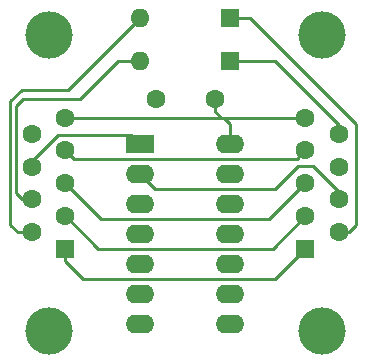
<source format=gtl>
G04 #@! TF.GenerationSoftware,KiCad,Pcbnew,(5.1.5)-3*
G04 #@! TF.CreationDate,2020-12-08T02:28:16+01:00*
G04 #@! TF.ProjectId,MSX Mega Adapter,4d535820-4d65-4676-9120-416461707465,rev?*
G04 #@! TF.SameCoordinates,Original*
G04 #@! TF.FileFunction,Copper,L1,Top*
G04 #@! TF.FilePolarity,Positive*
%FSLAX46Y46*%
G04 Gerber Fmt 4.6, Leading zero omitted, Abs format (unit mm)*
G04 Created by KiCad (PCBNEW (5.1.5)-3) date 2020-12-08 02:28:16*
%MOMM*%
%LPD*%
G04 APERTURE LIST*
%ADD10C,1.600000*%
%ADD11O,2.400000X1.600000*%
%ADD12R,2.400000X1.600000*%
%ADD13R,1.600000X1.600000*%
%ADD14C,4.000000*%
%ADD15O,1.600000X1.600000*%
%ADD16C,0.250000*%
G04 APERTURE END LIST*
D10*
X128985000Y-67945000D03*
X133985000Y-67945000D03*
D11*
X135255000Y-71755000D03*
X127635000Y-86995000D03*
X135255000Y-74295000D03*
X127635000Y-84455000D03*
X135255000Y-76835000D03*
X127635000Y-81915000D03*
X135255000Y-79375000D03*
X127635000Y-79375000D03*
X135255000Y-81915000D03*
X127635000Y-76835000D03*
X135255000Y-84455000D03*
X127635000Y-74295000D03*
X135255000Y-86995000D03*
D12*
X127635000Y-71755000D03*
D13*
X121285000Y-80645000D03*
D10*
X121285000Y-77875000D03*
X121285000Y-75105000D03*
X121285000Y-72335000D03*
X121285000Y-69565000D03*
X118445000Y-79260000D03*
X118445000Y-76490000D03*
X118445000Y-73720000D03*
X118445000Y-70950000D03*
D14*
X119865000Y-62605000D03*
X119865000Y-87605000D03*
D13*
X141605000Y-80645000D03*
D10*
X141605000Y-77875000D03*
X141605000Y-75105000D03*
X141605000Y-72335000D03*
X141605000Y-69565000D03*
X144445000Y-79260000D03*
X144445000Y-76490000D03*
X144445000Y-73720000D03*
X144445000Y-70950000D03*
D14*
X143025000Y-87605000D03*
X143025000Y-62605000D03*
D13*
X135255000Y-64770000D03*
D15*
X127635000Y-64770000D03*
X127635000Y-61087000D03*
D13*
X135255000Y-61087000D03*
D16*
X134504630Y-69596000D02*
X134620000Y-69596000D01*
X133985000Y-67945000D02*
X133985000Y-69076370D01*
X133985000Y-69076370D02*
X134504630Y-69596000D01*
X121285000Y-69565000D02*
X134620000Y-69596000D01*
X135255000Y-70104000D02*
X135255000Y-71755000D01*
X134620000Y-69596000D02*
X134747000Y-69596000D01*
X134747000Y-69596000D02*
X135255000Y-70104000D01*
X141574000Y-69596000D02*
X134747000Y-69596000D01*
X141605000Y-69565000D02*
X141574000Y-69596000D01*
X124079000Y-80645000D02*
X138835000Y-80645000D01*
X138835000Y-80645000D02*
X141605000Y-77875000D01*
X121285000Y-77875000D02*
X121309000Y-77875000D01*
X121309000Y-77875000D02*
X124079000Y-80645000D01*
X141557000Y-75105000D02*
X141605000Y-75105000D01*
X121285000Y-75105000D02*
X124285000Y-78105000D01*
X138557000Y-78105000D02*
X141557000Y-75105000D01*
X124285000Y-78105000D02*
X138557000Y-78105000D01*
X140915000Y-73025000D02*
X141605000Y-72335000D01*
X121285000Y-72335000D02*
X121975000Y-73025000D01*
X121975000Y-73025000D02*
X140915000Y-73025000D01*
X139065000Y-83185000D02*
X141605000Y-80645000D01*
X122775000Y-83185000D02*
X139065000Y-83185000D01*
X121285000Y-80645000D02*
X121285000Y-81695000D01*
X121285000Y-81695000D02*
X122775000Y-83185000D01*
X136305000Y-61087000D02*
X135255000Y-61087000D01*
X145276000Y-79260000D02*
X145923000Y-78613000D01*
X144445000Y-79260000D02*
X145276000Y-79260000D01*
X145923000Y-70104000D02*
X136906000Y-61087000D01*
X145923000Y-78613000D02*
X145923000Y-70104000D01*
X136906000Y-61087000D02*
X136305000Y-61087000D01*
X117638000Y-76490000D02*
X117094000Y-75946000D01*
X118445000Y-76490000D02*
X117638000Y-76490000D01*
X117094000Y-68580000D02*
X117729000Y-67945000D01*
X117094000Y-75946000D02*
X117094000Y-68580000D01*
X125730000Y-64770000D02*
X122555000Y-67945000D01*
X127635000Y-64770000D02*
X125730000Y-64770000D01*
X117729000Y-67945000D02*
X122555000Y-67945000D01*
X121539000Y-67183000D02*
X117602000Y-67183000D01*
X117602000Y-67183000D02*
X116605010Y-68179990D01*
X127635000Y-61087000D02*
X121539000Y-67183000D01*
X117233000Y-79260000D02*
X118445000Y-79260000D01*
X116605010Y-78632010D02*
X117233000Y-79260000D01*
X116605010Y-68179990D02*
X116605010Y-78632010D01*
X144445000Y-70150000D02*
X144445000Y-70950000D01*
X135255000Y-64770000D02*
X139065000Y-64770000D01*
X139065000Y-64770000D02*
X144445000Y-70150000D01*
X120650000Y-70993000D02*
X126873000Y-70993000D01*
X118445000Y-73720000D02*
X118445000Y-73198000D01*
X126873000Y-70993000D02*
X127635000Y-71755000D01*
X118445000Y-73198000D02*
X120650000Y-70993000D01*
X128905000Y-75565000D02*
X139065000Y-75565000D01*
X144445000Y-75865000D02*
X144445000Y-76490000D01*
X139065000Y-75565000D02*
X140970000Y-73660000D01*
X142240000Y-73660000D02*
X144445000Y-75865000D01*
X127635000Y-74295000D02*
X128905000Y-75565000D01*
X140970000Y-73660000D02*
X142240000Y-73660000D01*
M02*

</source>
